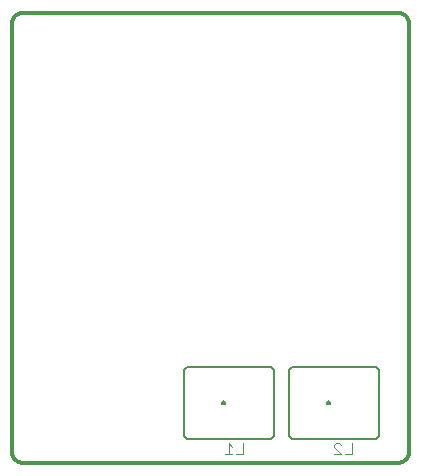
<source format=gbo>
G75*
%MOIN*%
%OFA0B0*%
%FSLAX24Y24*%
%IPPOS*%
%LPD*%
%AMOC8*
5,1,8,0,0,1.08239X$1,22.5*
%
%ADD10C,0.0120*%
%ADD11C,0.0080*%
%ADD12C,0.0030*%
D10*
X000180Y000555D02*
X000180Y014805D01*
X000182Y014842D01*
X000187Y014878D01*
X000196Y014914D01*
X000209Y014949D01*
X000224Y014982D01*
X000243Y015013D01*
X000265Y015043D01*
X000290Y015070D01*
X000317Y015095D01*
X000347Y015117D01*
X000378Y015136D01*
X000411Y015151D01*
X000446Y015164D01*
X000482Y015173D01*
X000518Y015178D01*
X000555Y015180D01*
X013055Y015180D01*
X013092Y015178D01*
X013128Y015173D01*
X013164Y015164D01*
X013199Y015151D01*
X013232Y015136D01*
X013263Y015117D01*
X013293Y015095D01*
X013320Y015070D01*
X013345Y015043D01*
X013367Y015013D01*
X013386Y014982D01*
X013401Y014949D01*
X013414Y014914D01*
X013423Y014878D01*
X013428Y014842D01*
X013430Y014805D01*
X013430Y000555D01*
X013428Y000518D01*
X013423Y000482D01*
X013414Y000446D01*
X013401Y000411D01*
X013386Y000378D01*
X013367Y000347D01*
X013345Y000317D01*
X013320Y000290D01*
X013293Y000265D01*
X013263Y000243D01*
X013232Y000224D01*
X013199Y000209D01*
X013164Y000196D01*
X013128Y000187D01*
X013092Y000182D01*
X013055Y000180D01*
X000555Y000180D01*
X000518Y000182D01*
X000482Y000187D01*
X000446Y000196D01*
X000411Y000209D01*
X000378Y000224D01*
X000347Y000243D01*
X000317Y000265D01*
X000290Y000290D01*
X000265Y000317D01*
X000243Y000347D01*
X000224Y000378D01*
X000209Y000411D01*
X000196Y000446D01*
X000187Y000482D01*
X000182Y000518D01*
X000180Y000555D01*
D11*
X005933Y001080D02*
X005933Y003280D01*
X006033Y003380D01*
X008827Y003380D01*
X008927Y003280D01*
X008927Y001080D01*
X008827Y000980D01*
X006033Y000980D01*
X005933Y001080D01*
X007180Y002180D02*
X007182Y002193D01*
X007187Y002206D01*
X007196Y002217D01*
X007207Y002224D01*
X007220Y002229D01*
X007233Y002230D01*
X007247Y002227D01*
X007259Y002221D01*
X007269Y002212D01*
X007276Y002200D01*
X007280Y002187D01*
X007280Y002173D01*
X007276Y002160D01*
X007269Y002148D01*
X007259Y002139D01*
X007247Y002133D01*
X007233Y002130D01*
X007220Y002131D01*
X007207Y002136D01*
X007196Y002143D01*
X007187Y002154D01*
X007182Y002167D01*
X007180Y002180D01*
X009433Y001080D02*
X009433Y003280D01*
X009533Y003380D01*
X012327Y003380D01*
X012427Y003280D01*
X012427Y001080D01*
X012327Y000980D01*
X009533Y000980D01*
X009433Y001080D01*
X010680Y002180D02*
X010682Y002193D01*
X010687Y002206D01*
X010696Y002217D01*
X010707Y002224D01*
X010720Y002229D01*
X010733Y002230D01*
X010747Y002227D01*
X010759Y002221D01*
X010769Y002212D01*
X010776Y002200D01*
X010780Y002187D01*
X010780Y002173D01*
X010776Y002160D01*
X010769Y002148D01*
X010759Y002139D01*
X010747Y002133D01*
X010733Y002130D01*
X010720Y002131D01*
X010707Y002136D01*
X010696Y002143D01*
X010687Y002154D01*
X010682Y002167D01*
X010680Y002180D01*
D12*
X010973Y000837D02*
X011097Y000837D01*
X011158Y000775D01*
X010973Y000837D02*
X010911Y000775D01*
X010911Y000713D01*
X011158Y000466D01*
X010911Y000466D01*
X011280Y000466D02*
X011527Y000466D01*
X011527Y000837D01*
X007902Y000837D02*
X007902Y000466D01*
X007655Y000466D01*
X007533Y000466D02*
X007286Y000466D01*
X007410Y000466D02*
X007410Y000837D01*
X007533Y000713D01*
M02*

</source>
